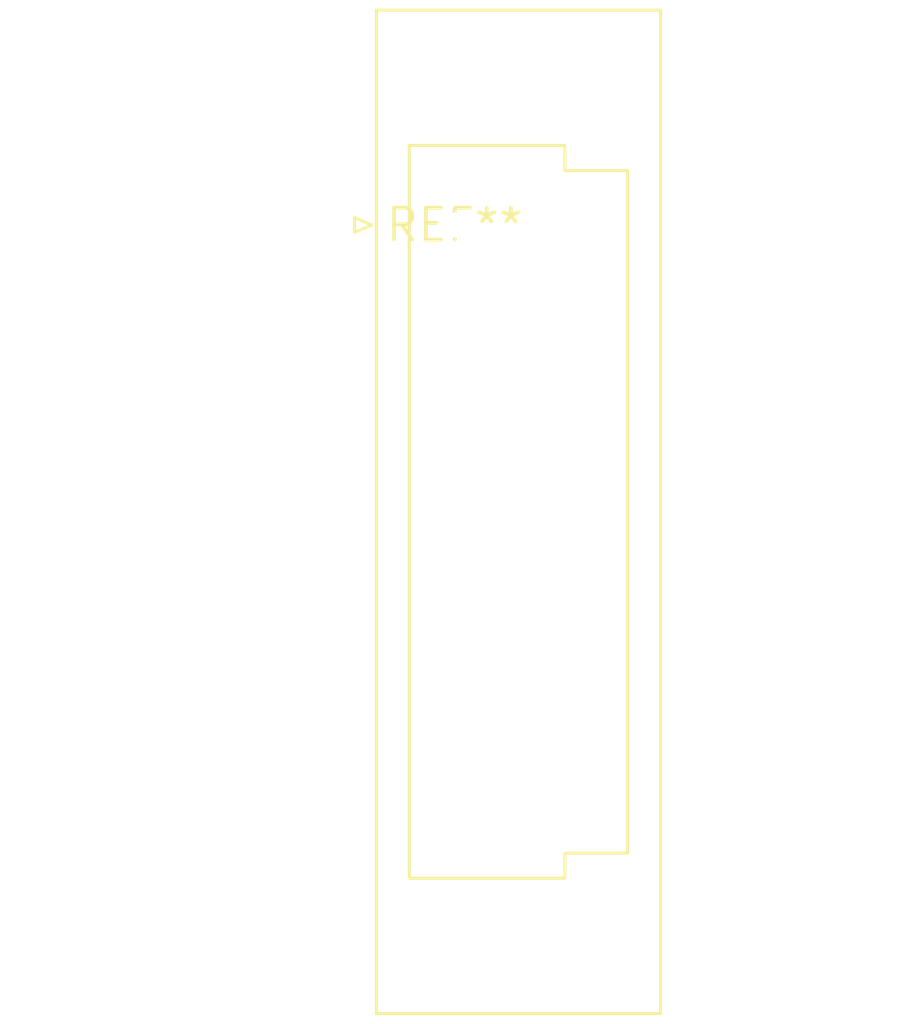
<source format=kicad_pcb>
(kicad_pcb (version 20240108) (generator pcbnew)
  (layers (0 "F.Cu" signal) (31 "B.Cu" signal) (34 "B.Paste" user) (35 "F.Paste" user) (36 "B.SilkS" user "B.Silkscreen") (37 "F.SilkS" user "F.Silkscreen") (38 "B.Mask" user) (39 "F.Mask" user) (44 "Edge.Cuts" user))
  (net 0 "")
  (footprint "DIN41612_R3_2x10_Male_Vertical_THT" (layer "F.Cu") (at 0 0)
    (property "Reference" "REF**")
    (property "Value" "DIN41612_R3_2x10_Male_Vertical_THT")
    (fp_line (start -3.99 -0.3) (end -3.99 0.3) (layer "F.SilkS") (stroke (width 0.12)))
    (fp_line (start -3.99 0.3) (end -3.31 0) (layer "F.SilkS") (stroke (width 0.12)))
    (fp_line (start -3.31 0) (end -3.99 -0.3) (layer "F.SilkS") (stroke (width 0.12)))
    (fp_line (start -3.12 -8.56) (end 8.2 -8.56) (layer "F.SilkS") (stroke (width 0.12)))
    (fp_line (start -3.12 31.42) (end -3.12 -8.56) (layer "F.SilkS") (stroke (width 0.12)))
    (fp_line (start -1.81 -3.17) (end 4.39 -3.17) (layer "F.SilkS") (stroke (width 0.12)))
    (fp_line (start -1.81 26.03) (end -1.81 -3.17) (layer "F.SilkS") (stroke (width 0.12)))
    (fp_line (start 4.39 -3.17) (end 4.39 -2.17) (layer "F.SilkS") (stroke (width 0.12)))
    (fp_line (start 4.39 -2.17) (end 6.89 -2.17) (layer "F.SilkS") (stroke (width 0.12)))
    (fp_line (start 4.39 25.03) (end 4.39 26.03) (layer "F.SilkS") (stroke (width 0.12)))
    (fp_line (start 4.39 26.03) (end -1.81 26.03) (layer "F.SilkS") (stroke (width 0.12)))
    (fp_line (start 6.89 -2.17) (end 6.89 25.03) (layer "F.SilkS") (stroke (width 0.12)))
    (fp_line (start 6.89 25.03) (end 4.39 25.03) (layer "F.SilkS") (stroke (width 0.12)))
    (fp_line (start 8.2 -8.56) (end 8.2 31.42) (layer "F.SilkS") (stroke (width 0.12)))
    (fp_line (start 8.2 31.42) (end -3.12 31.42) (layer "F.SilkS") (stroke (width 0.12)))
    (pad "" np_thru_hole circle (at 2.24 -5.95) (size 2.85 2.85) (drill 2.85) (layers *.Cu *.Mask))
    (pad "" np_thru_hole circle (at 2.24 28.81) (size 2.85 2.85) (drill 2.85) (layers *.Cu *.Mask))
    (pad "a1" thru_hole roundrect (at 0 0) (size 1.55 1.55) (drill 1) (layers *.Cu *.Mask) (remove_unused_layers) (roundrect_rratio 0.16129))
    (pad "a2" thru_hole circle (at 0 2.54) (size 1.55 1.55) (drill 1) (layers *.Cu *.Mask) (remove_unused_layers))
    (pad "a3" thru_hole circle (at 0 5.08) (size 1.55 1.55) (drill 1) (layers *.Cu *.Mask) (remove_unused_layers))
    (pad "a4" thru_hole circle (at 0 7.62) (size 1.55 1.55) (drill 1) (layers *.Cu *.Mask) (remove_unused_layers))
    (pad "a5" thru_hole circle (at 0 10.16) (size 1.55 1.55) (drill 1) (layers *.Cu *.Mask) (remove_unused_layers))
    (pad "a6" thru_hole circle (at 0 12.7) (size 1.55 1.55) (drill 1) (layers *.Cu *.Mask) (remove_unused_layers))
    (pad "a7" thru_hole circle (at 0 15.24) (size 1.55 1.55) (drill 1) (layers *.Cu *.Mask) (remove_unused_layers))
    (pad "a8" thru_hole circle (at 0 17.78) (size 1.55 1.55) (drill 1) (layers *.Cu *.Mask) (remove_unused_layers))
    (pad "a9" thru_hole circle (at 0 20.32) (size 1.55 1.55) (drill 1) (layers *.Cu *.Mask) (remove_unused_layers))
    (pad "a10" thru_hole circle (at 0 22.86) (size 1.55 1.55) (drill 1) (layers *.Cu *.Mask) (remove_unused_layers))
    (pad "c1" thru_hole circle (at 5.08 0) (size 1.55 1.55) (drill 1) (layers *.Cu *.Mask) (remove_unused_layers))
    (pad "c2" thru_hole circle (at 5.08 2.54) (size 1.55 1.55) (drill 1) (layers *.Cu *.Mask) (remove_unused_layers))
    (pad "c3" thru_hole circle (at 5.08 5.08) (size 1.55 1.55) (drill 1) (layers *.Cu *.Mask) (remove_unused_layers))
    (pad "c4" thru_hole circle (at 5.08 7.62) (size 1.55 1.55) (drill 1) (layers *.Cu *.Mask) (remove_unused_layers))
    (pad "c5" thru_hole circle (at 5.08 10.16) (size 1.55 1.55) (drill 1) (layers *.Cu *.Mask) (remove_unused_layers))
    (pad "c6" thru_hole circle (at 5.08 12.7) (size 1.55 1.55) (drill 1) (layers *.Cu *.Mask) (remove_unused_layers))
    (pad "c7" thru_hole circle (at 5.08 15.24) (size 1.55 1.55) (drill 1) (layers *.Cu *.Mask) (remove_unused_layers))
    (pad "c8" thru_hole circle (at 5.08 17.78) (size 1.55 1.55) (drill 1) (layers *.Cu *.Mask) (remove_unused_layers))
    (pad "c9" thru_hole circle (at 5.08 20.32) (size 1.55 1.55) (drill 1) (layers *.Cu *.Mask) (remove_unused_layers))
    (pad "c10" thru_hole circle (at 5.08 22.86) (size 1.55 1.55) (drill 1) (layers *.Cu *.Mask) (remove_unused_layers))
  )
)
</source>
